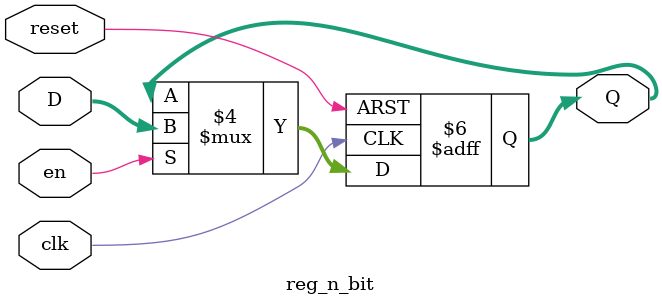
<source format=sv>
module reg_n_bit #(parameter n = 4)(
    input logic clk,
    input logic reset,
    input logic en,
    input logic [n-1:0] D,
    output logic [n-1:0] Q
    );
    always@(posedge clk or negedge reset)
    begin
        if(~reset)
        Q <= 0;
        else begin
        if(en == 1)
            Q <= D;
            end
    end        
endmodule

</source>
